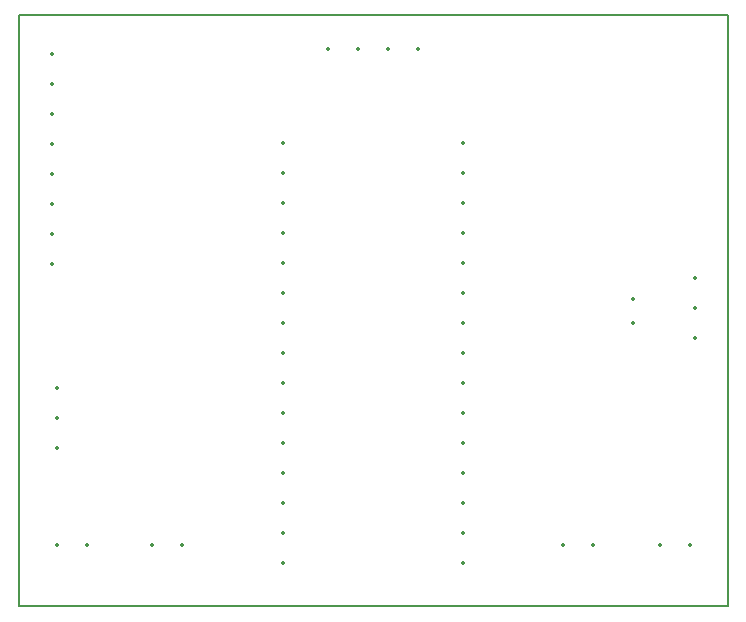
<source format=gm1>
%TF.GenerationSoftware,KiCad,Pcbnew,8.0.6*%
%TF.CreationDate,2025-04-16T21:55:29+02:00*%
%TF.ProjectId,Autonomous_KiCAD8,4175746f-6e6f-46d6-9f75-735f4b694341,rev?*%
%TF.SameCoordinates,Original*%
%TF.FileFunction,Profile,NP*%
%FSLAX46Y46*%
G04 Gerber Fmt 4.6, Leading zero omitted, Abs format (unit mm)*
G04 Created by KiCad (PCBNEW 8.0.6) date 2025-04-16 21:55:29*
%MOMM*%
%LPD*%
G01*
G04 APERTURE LIST*
%TA.AperFunction,Profile*%
%ADD10C,0.200000*%
%TD*%
%ADD11C,0.350000*%
G04 APERTURE END LIST*
D10*
X139000000Y-70000000D02*
X199000000Y-70000000D01*
X199000000Y-120000000D01*
X139000000Y-120000000D01*
X139000000Y-70000000D01*
D11*
X141800000Y-91020000D03*
X141800000Y-88480000D03*
X141800000Y-85940000D03*
X141800000Y-83400000D03*
X141800000Y-80860000D03*
X141800000Y-78320000D03*
X141800000Y-75780000D03*
X141800000Y-73240000D03*
X165170000Y-72800000D03*
X167710000Y-72800000D03*
X170250000Y-72800000D03*
X172790000Y-72800000D03*
X191000000Y-94027400D03*
X191000000Y-96027400D03*
X185060000Y-114800000D03*
X187600000Y-114800000D03*
X152800000Y-114800000D03*
X150260000Y-114800000D03*
X142200000Y-101520000D03*
X142200000Y-104060000D03*
X142200000Y-106600000D03*
X196200000Y-92260000D03*
X196200000Y-94800000D03*
X196200000Y-97340000D03*
X195800000Y-114800000D03*
X193260000Y-114800000D03*
X142260000Y-114800000D03*
X144800000Y-114800000D03*
X161360000Y-80840000D03*
X161360000Y-83380000D03*
X161360000Y-85920000D03*
X161360000Y-88460000D03*
X161360000Y-91000000D03*
X161360000Y-93540000D03*
X161360000Y-96080000D03*
X161360000Y-98620000D03*
X161360000Y-101160000D03*
X161360000Y-103700000D03*
X161360000Y-106240000D03*
X161360000Y-108780000D03*
X161360000Y-111320000D03*
X161360000Y-113860000D03*
X161360000Y-116400000D03*
X176600000Y-116400000D03*
X176600000Y-113860000D03*
X176600000Y-111320000D03*
X176600000Y-108780000D03*
X176600000Y-106240000D03*
X176600000Y-103700000D03*
X176600000Y-101160000D03*
X176600000Y-98620000D03*
X176600000Y-96080000D03*
X176600000Y-93540000D03*
X176600000Y-91000000D03*
X176600000Y-88460000D03*
X176600000Y-85920000D03*
X176600000Y-83380000D03*
X176600000Y-80840000D03*
M02*

</source>
